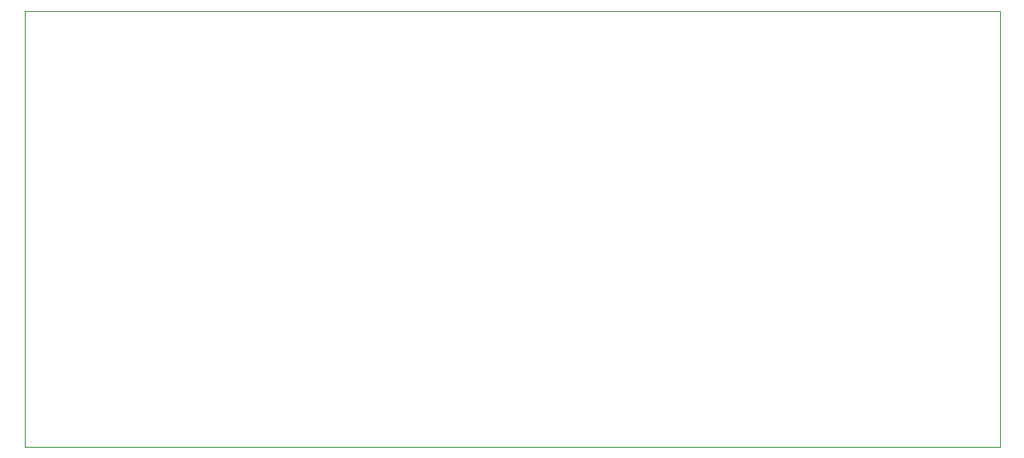
<source format=gbr>
%TF.GenerationSoftware,KiCad,Pcbnew,8.0.6*%
%TF.CreationDate,2024-11-19T18:22:25+00:00*%
%TF.ProjectId,PowerPole,506f7765-7250-46f6-9c65-2e6b69636164,rev?*%
%TF.SameCoordinates,Original*%
%TF.FileFunction,Profile,NP*%
%FSLAX46Y46*%
G04 Gerber Fmt 4.6, Leading zero omitted, Abs format (unit mm)*
G04 Created by KiCad (PCBNEW 8.0.6) date 2024-11-19 18:22:25*
%MOMM*%
%LPD*%
G01*
G04 APERTURE LIST*
%TA.AperFunction,Profile*%
%ADD10C,0.050000*%
%TD*%
G04 APERTURE END LIST*
D10*
X20320000Y-55880000D02*
X20320000Y-12700000D01*
X116840000Y-55880000D02*
X20320000Y-55880000D01*
X116840000Y-12700000D02*
X116840000Y-55880000D01*
X20320000Y-12700000D02*
X116840000Y-12700000D01*
M02*

</source>
